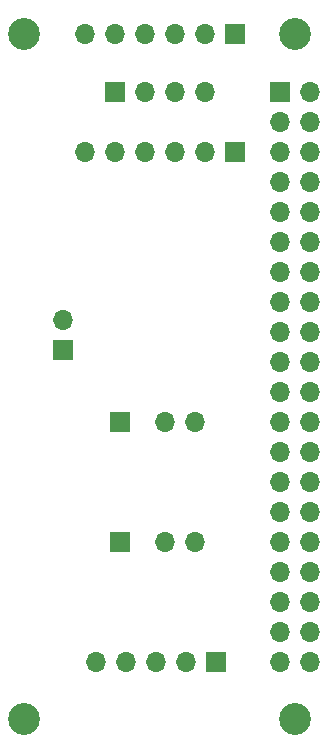
<source format=gbr>
%TF.GenerationSoftware,KiCad,Pcbnew,7.0.9-7.0.9~ubuntu22.04.1*%
%TF.CreationDate,2023-11-26T13:18:20+11:00*%
%TF.ProjectId,pi1541,70693135-3431-42e6-9b69-6361645f7063,v03*%
%TF.SameCoordinates,Original*%
%TF.FileFunction,Soldermask,Top*%
%TF.FilePolarity,Negative*%
%FSLAX46Y46*%
G04 Gerber Fmt 4.6, Leading zero omitted, Abs format (unit mm)*
G04 Created by KiCad (PCBNEW 7.0.9-7.0.9~ubuntu22.04.1) date 2023-11-26 13:18:20*
%MOMM*%
%LPD*%
G01*
G04 APERTURE LIST*
%ADD10R,1.700000X1.700000*%
%ADD11O,1.700000X1.700000*%
%ADD12C,2.700000*%
G04 APERTURE END LIST*
D10*
%TO.C,J6*%
X111622000Y-106475000D03*
D11*
X115432000Y-106475000D03*
X117972000Y-106475000D03*
%TD*%
D12*
%TO.C,H2*%
X103500000Y-121500000D03*
%TD*%
D10*
%TO.C,J1*%
X125225000Y-68375000D03*
D11*
X127765000Y-68375000D03*
X125225000Y-70915000D03*
X127765000Y-70915000D03*
X125225000Y-73455000D03*
X127765000Y-73455000D03*
X125225000Y-75995000D03*
X127765000Y-75995000D03*
X125225000Y-78535000D03*
X127765000Y-78535000D03*
X125225000Y-81075000D03*
X127765000Y-81075000D03*
X125225000Y-83615000D03*
X127765000Y-83615000D03*
X125225000Y-86155000D03*
X127765000Y-86155000D03*
X125225000Y-88695000D03*
X127765000Y-88695000D03*
X125225000Y-91235000D03*
X127765000Y-91235000D03*
X125225000Y-93775000D03*
X127765000Y-93775000D03*
X125225000Y-96315000D03*
X127765000Y-96315000D03*
X125225000Y-98855000D03*
X127765000Y-98855000D03*
X125225000Y-101395000D03*
X127765000Y-101395000D03*
X125225000Y-103935000D03*
X127765000Y-103935000D03*
X125225000Y-106475000D03*
X127765000Y-106475000D03*
X125225000Y-109015000D03*
X127765000Y-109015000D03*
X125225000Y-111555000D03*
X127765000Y-111555000D03*
X125225000Y-114095000D03*
X127765000Y-114095000D03*
X125225000Y-116635000D03*
X127765000Y-116635000D03*
%TD*%
D12*
%TO.C,H4*%
X126500000Y-121500000D03*
%TD*%
%TO.C,H3*%
X126500000Y-63500000D03*
%TD*%
%TO.C,H1*%
X103500000Y-63500000D03*
%TD*%
D10*
%TO.C,J7*%
X111200000Y-68375000D03*
D11*
X113740000Y-68375000D03*
X116280000Y-68375000D03*
X118820000Y-68375000D03*
%TD*%
D10*
%TO.C,J5*%
X111622000Y-96315000D03*
D11*
X115432000Y-96315000D03*
X117972000Y-96315000D03*
%TD*%
D10*
%TO.C,J8*%
X106781600Y-90251200D03*
D11*
X106781600Y-87711200D03*
%TD*%
D10*
%TO.C,J4*%
X119741000Y-116625000D03*
D11*
X117201000Y-116625000D03*
X114661000Y-116625000D03*
X112121000Y-116625000D03*
X109581000Y-116625000D03*
%TD*%
D10*
%TO.C,J2*%
X121350000Y-63500000D03*
D11*
X118810000Y-63500000D03*
X116270000Y-63500000D03*
X113730000Y-63500000D03*
X111190000Y-63500000D03*
X108650000Y-63500000D03*
%TD*%
D10*
%TO.C,J3*%
X121350000Y-73455000D03*
D11*
X118810000Y-73455000D03*
X116270000Y-73455000D03*
X113730000Y-73455000D03*
X111190000Y-73455000D03*
X108650000Y-73455000D03*
%TD*%
M02*

</source>
